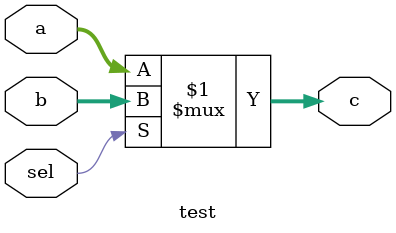
<source format=v>
`timescale 1ns / 1ps
module test(
input [1:0] a,
input [1:0] b,
input sel,
output [1:0] c
);

assign c = sel?b:a;
endmodule

</source>
